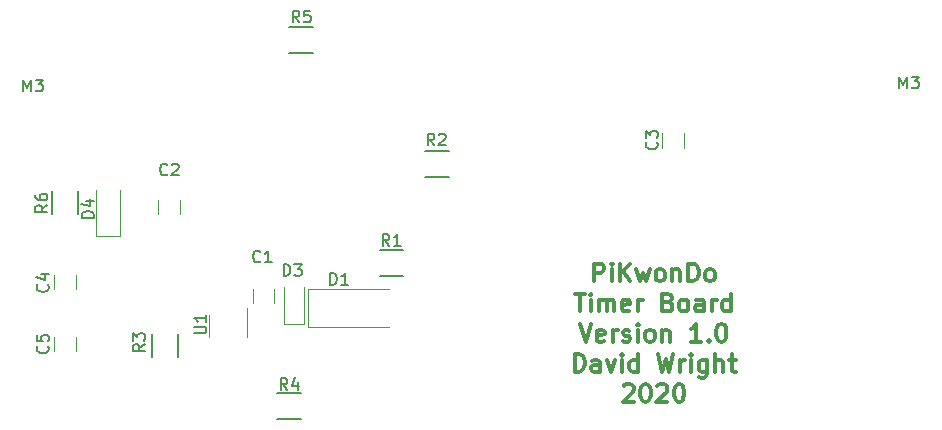
<source format=gbr>
G04 #@! TF.GenerationSoftware,KiCad,Pcbnew,5.1.5-52549c5~84~ubuntu19.10.1*
G04 #@! TF.CreationDate,2020-01-22T18:49:14-06:00*
G04 #@! TF.ProjectId,Timer,54696d65-722e-46b6-9963-61645f706362,rev?*
G04 #@! TF.SameCoordinates,PX93be440PYaa38e78*
G04 #@! TF.FileFunction,Legend,Top*
G04 #@! TF.FilePolarity,Positive*
%FSLAX46Y46*%
G04 Gerber Fmt 4.6, Leading zero omitted, Abs format (unit mm)*
G04 Created by KiCad (PCBNEW 5.1.5-52549c5~84~ubuntu19.10.1) date 2020-01-22 18:49:14*
%MOMM*%
%LPD*%
G04 APERTURE LIST*
%ADD10C,0.300000*%
%ADD11C,0.120000*%
%ADD12C,0.150000*%
G04 APERTURE END LIST*
D10*
X-44695429Y14073429D02*
X-44695429Y15573429D01*
X-44124000Y15573429D01*
X-43981143Y15502000D01*
X-43909715Y15430572D01*
X-43838286Y15287715D01*
X-43838286Y15073429D01*
X-43909715Y14930572D01*
X-43981143Y14859143D01*
X-44124000Y14787715D01*
X-44695429Y14787715D01*
X-43195429Y14073429D02*
X-43195429Y15073429D01*
X-43195429Y15573429D02*
X-43266858Y15502000D01*
X-43195429Y15430572D01*
X-43124000Y15502000D01*
X-43195429Y15573429D01*
X-43195429Y15430572D01*
X-42481143Y14073429D02*
X-42481143Y15573429D01*
X-41624000Y14073429D02*
X-42266858Y14930572D01*
X-41624000Y15573429D02*
X-42481143Y14716286D01*
X-41124000Y15073429D02*
X-40838286Y14073429D01*
X-40552572Y14787715D01*
X-40266858Y14073429D01*
X-39981143Y15073429D01*
X-39195429Y14073429D02*
X-39338286Y14144858D01*
X-39409715Y14216286D01*
X-39481143Y14359143D01*
X-39481143Y14787715D01*
X-39409715Y14930572D01*
X-39338286Y15002000D01*
X-39195429Y15073429D01*
X-38981143Y15073429D01*
X-38838286Y15002000D01*
X-38766858Y14930572D01*
X-38695429Y14787715D01*
X-38695429Y14359143D01*
X-38766858Y14216286D01*
X-38838286Y14144858D01*
X-38981143Y14073429D01*
X-39195429Y14073429D01*
X-38052572Y15073429D02*
X-38052572Y14073429D01*
X-38052572Y14930572D02*
X-37981143Y15002000D01*
X-37838286Y15073429D01*
X-37624000Y15073429D01*
X-37481143Y15002000D01*
X-37409715Y14859143D01*
X-37409715Y14073429D01*
X-36695429Y14073429D02*
X-36695429Y15573429D01*
X-36338286Y15573429D01*
X-36124000Y15502000D01*
X-35981143Y15359143D01*
X-35909715Y15216286D01*
X-35838286Y14930572D01*
X-35838286Y14716286D01*
X-35909715Y14430572D01*
X-35981143Y14287715D01*
X-36124000Y14144858D01*
X-36338286Y14073429D01*
X-36695429Y14073429D01*
X-34981143Y14073429D02*
X-35124000Y14144858D01*
X-35195429Y14216286D01*
X-35266858Y14359143D01*
X-35266858Y14787715D01*
X-35195429Y14930572D01*
X-35124000Y15002000D01*
X-34981143Y15073429D01*
X-34766858Y15073429D01*
X-34624000Y15002000D01*
X-34552572Y14930572D01*
X-34481143Y14787715D01*
X-34481143Y14359143D01*
X-34552572Y14216286D01*
X-34624000Y14144858D01*
X-34766858Y14073429D01*
X-34981143Y14073429D01*
X-46338286Y13023429D02*
X-45481143Y13023429D01*
X-45909715Y11523429D02*
X-45909715Y13023429D01*
X-44981143Y11523429D02*
X-44981143Y12523429D01*
X-44981143Y13023429D02*
X-45052572Y12952000D01*
X-44981143Y12880572D01*
X-44909715Y12952000D01*
X-44981143Y13023429D01*
X-44981143Y12880572D01*
X-44266858Y11523429D02*
X-44266858Y12523429D01*
X-44266858Y12380572D02*
X-44195429Y12452000D01*
X-44052572Y12523429D01*
X-43838286Y12523429D01*
X-43695429Y12452000D01*
X-43624000Y12309143D01*
X-43624000Y11523429D01*
X-43624000Y12309143D02*
X-43552572Y12452000D01*
X-43409715Y12523429D01*
X-43195429Y12523429D01*
X-43052572Y12452000D01*
X-42981143Y12309143D01*
X-42981143Y11523429D01*
X-41695429Y11594858D02*
X-41838286Y11523429D01*
X-42124000Y11523429D01*
X-42266858Y11594858D01*
X-42338286Y11737715D01*
X-42338286Y12309143D01*
X-42266858Y12452000D01*
X-42124000Y12523429D01*
X-41838286Y12523429D01*
X-41695429Y12452000D01*
X-41624000Y12309143D01*
X-41624000Y12166286D01*
X-42338286Y12023429D01*
X-40981143Y11523429D02*
X-40981143Y12523429D01*
X-40981143Y12237715D02*
X-40909715Y12380572D01*
X-40838286Y12452000D01*
X-40695429Y12523429D01*
X-40552572Y12523429D01*
X-38409715Y12309143D02*
X-38195429Y12237715D01*
X-38124000Y12166286D01*
X-38052572Y12023429D01*
X-38052572Y11809143D01*
X-38124000Y11666286D01*
X-38195429Y11594858D01*
X-38338286Y11523429D01*
X-38909715Y11523429D01*
X-38909715Y13023429D01*
X-38409715Y13023429D01*
X-38266858Y12952000D01*
X-38195429Y12880572D01*
X-38124000Y12737715D01*
X-38124000Y12594858D01*
X-38195429Y12452000D01*
X-38266858Y12380572D01*
X-38409715Y12309143D01*
X-38909715Y12309143D01*
X-37195429Y11523429D02*
X-37338286Y11594858D01*
X-37409715Y11666286D01*
X-37481143Y11809143D01*
X-37481143Y12237715D01*
X-37409715Y12380572D01*
X-37338286Y12452000D01*
X-37195429Y12523429D01*
X-36981143Y12523429D01*
X-36838286Y12452000D01*
X-36766858Y12380572D01*
X-36695429Y12237715D01*
X-36695429Y11809143D01*
X-36766858Y11666286D01*
X-36838286Y11594858D01*
X-36981143Y11523429D01*
X-37195429Y11523429D01*
X-35409715Y11523429D02*
X-35409715Y12309143D01*
X-35481143Y12452000D01*
X-35624000Y12523429D01*
X-35909715Y12523429D01*
X-36052572Y12452000D01*
X-35409715Y11594858D02*
X-35552572Y11523429D01*
X-35909715Y11523429D01*
X-36052572Y11594858D01*
X-36124000Y11737715D01*
X-36124000Y11880572D01*
X-36052572Y12023429D01*
X-35909715Y12094858D01*
X-35552572Y12094858D01*
X-35409715Y12166286D01*
X-34695429Y11523429D02*
X-34695429Y12523429D01*
X-34695429Y12237715D02*
X-34624000Y12380572D01*
X-34552572Y12452000D01*
X-34409715Y12523429D01*
X-34266858Y12523429D01*
X-33124000Y11523429D02*
X-33124000Y13023429D01*
X-33124000Y11594858D02*
X-33266858Y11523429D01*
X-33552572Y11523429D01*
X-33695429Y11594858D01*
X-33766858Y11666286D01*
X-33838286Y11809143D01*
X-33838286Y12237715D01*
X-33766858Y12380572D01*
X-33695429Y12452000D01*
X-33552572Y12523429D01*
X-33266858Y12523429D01*
X-33124000Y12452000D01*
X-45909715Y10473429D02*
X-45409715Y8973429D01*
X-44909715Y10473429D01*
X-43838286Y9044858D02*
X-43981143Y8973429D01*
X-44266858Y8973429D01*
X-44409715Y9044858D01*
X-44481143Y9187715D01*
X-44481143Y9759143D01*
X-44409715Y9902000D01*
X-44266858Y9973429D01*
X-43981143Y9973429D01*
X-43838286Y9902000D01*
X-43766858Y9759143D01*
X-43766858Y9616286D01*
X-44481143Y9473429D01*
X-43124000Y8973429D02*
X-43124000Y9973429D01*
X-43124000Y9687715D02*
X-43052572Y9830572D01*
X-42981143Y9902000D01*
X-42838286Y9973429D01*
X-42695429Y9973429D01*
X-42266858Y9044858D02*
X-42124000Y8973429D01*
X-41838286Y8973429D01*
X-41695429Y9044858D01*
X-41624000Y9187715D01*
X-41624000Y9259143D01*
X-41695429Y9402000D01*
X-41838286Y9473429D01*
X-42052572Y9473429D01*
X-42195429Y9544858D01*
X-42266858Y9687715D01*
X-42266858Y9759143D01*
X-42195429Y9902000D01*
X-42052572Y9973429D01*
X-41838286Y9973429D01*
X-41695429Y9902000D01*
X-40981143Y8973429D02*
X-40981143Y9973429D01*
X-40981143Y10473429D02*
X-41052572Y10402000D01*
X-40981143Y10330572D01*
X-40909715Y10402000D01*
X-40981143Y10473429D01*
X-40981143Y10330572D01*
X-40052572Y8973429D02*
X-40195429Y9044858D01*
X-40266858Y9116286D01*
X-40338286Y9259143D01*
X-40338286Y9687715D01*
X-40266858Y9830572D01*
X-40195429Y9902000D01*
X-40052572Y9973429D01*
X-39838286Y9973429D01*
X-39695429Y9902000D01*
X-39624000Y9830572D01*
X-39552572Y9687715D01*
X-39552572Y9259143D01*
X-39624000Y9116286D01*
X-39695429Y9044858D01*
X-39838286Y8973429D01*
X-40052572Y8973429D01*
X-38909715Y9973429D02*
X-38909715Y8973429D01*
X-38909715Y9830572D02*
X-38838286Y9902000D01*
X-38695429Y9973429D01*
X-38481143Y9973429D01*
X-38338286Y9902000D01*
X-38266858Y9759143D01*
X-38266858Y8973429D01*
X-35624000Y8973429D02*
X-36481143Y8973429D01*
X-36052572Y8973429D02*
X-36052572Y10473429D01*
X-36195429Y10259143D01*
X-36338286Y10116286D01*
X-36481143Y10044858D01*
X-34981143Y9116286D02*
X-34909715Y9044858D01*
X-34981143Y8973429D01*
X-35052572Y9044858D01*
X-34981143Y9116286D01*
X-34981143Y8973429D01*
X-33981143Y10473429D02*
X-33838286Y10473429D01*
X-33695429Y10402000D01*
X-33624000Y10330572D01*
X-33552572Y10187715D01*
X-33481143Y9902000D01*
X-33481143Y9544858D01*
X-33552572Y9259143D01*
X-33624000Y9116286D01*
X-33695429Y9044858D01*
X-33838286Y8973429D01*
X-33981143Y8973429D01*
X-34124000Y9044858D01*
X-34195429Y9116286D01*
X-34266858Y9259143D01*
X-34338286Y9544858D01*
X-34338286Y9902000D01*
X-34266858Y10187715D01*
X-34195429Y10330572D01*
X-34124000Y10402000D01*
X-33981143Y10473429D01*
X-46338286Y6423429D02*
X-46338286Y7923429D01*
X-45981143Y7923429D01*
X-45766858Y7852000D01*
X-45624000Y7709143D01*
X-45552572Y7566286D01*
X-45481143Y7280572D01*
X-45481143Y7066286D01*
X-45552572Y6780572D01*
X-45624000Y6637715D01*
X-45766858Y6494858D01*
X-45981143Y6423429D01*
X-46338286Y6423429D01*
X-44195429Y6423429D02*
X-44195429Y7209143D01*
X-44266858Y7352000D01*
X-44409715Y7423429D01*
X-44695429Y7423429D01*
X-44838286Y7352000D01*
X-44195429Y6494858D02*
X-44338286Y6423429D01*
X-44695429Y6423429D01*
X-44838286Y6494858D01*
X-44909715Y6637715D01*
X-44909715Y6780572D01*
X-44838286Y6923429D01*
X-44695429Y6994858D01*
X-44338286Y6994858D01*
X-44195429Y7066286D01*
X-43624000Y7423429D02*
X-43266858Y6423429D01*
X-42909715Y7423429D01*
X-42338286Y6423429D02*
X-42338286Y7423429D01*
X-42338286Y7923429D02*
X-42409715Y7852000D01*
X-42338286Y7780572D01*
X-42266858Y7852000D01*
X-42338286Y7923429D01*
X-42338286Y7780572D01*
X-40981143Y6423429D02*
X-40981143Y7923429D01*
X-40981143Y6494858D02*
X-41124000Y6423429D01*
X-41409715Y6423429D01*
X-41552572Y6494858D01*
X-41624000Y6566286D01*
X-41695429Y6709143D01*
X-41695429Y7137715D01*
X-41624000Y7280572D01*
X-41552572Y7352000D01*
X-41409715Y7423429D01*
X-41124000Y7423429D01*
X-40981143Y7352000D01*
X-39266858Y7923429D02*
X-38909715Y6423429D01*
X-38624000Y7494858D01*
X-38338286Y6423429D01*
X-37981143Y7923429D01*
X-37409715Y6423429D02*
X-37409715Y7423429D01*
X-37409715Y7137715D02*
X-37338286Y7280572D01*
X-37266858Y7352000D01*
X-37124000Y7423429D01*
X-36981143Y7423429D01*
X-36481143Y6423429D02*
X-36481143Y7423429D01*
X-36481143Y7923429D02*
X-36552572Y7852000D01*
X-36481143Y7780572D01*
X-36409715Y7852000D01*
X-36481143Y7923429D01*
X-36481143Y7780572D01*
X-35124000Y7423429D02*
X-35124000Y6209143D01*
X-35195429Y6066286D01*
X-35266858Y5994858D01*
X-35409715Y5923429D01*
X-35624000Y5923429D01*
X-35766858Y5994858D01*
X-35124000Y6494858D02*
X-35266858Y6423429D01*
X-35552572Y6423429D01*
X-35695429Y6494858D01*
X-35766858Y6566286D01*
X-35838286Y6709143D01*
X-35838286Y7137715D01*
X-35766858Y7280572D01*
X-35695429Y7352000D01*
X-35552572Y7423429D01*
X-35266858Y7423429D01*
X-35124000Y7352000D01*
X-34409715Y6423429D02*
X-34409715Y7923429D01*
X-33766858Y6423429D02*
X-33766858Y7209143D01*
X-33838286Y7352000D01*
X-33981143Y7423429D01*
X-34195429Y7423429D01*
X-34338286Y7352000D01*
X-34409715Y7280572D01*
X-33266858Y7423429D02*
X-32695429Y7423429D01*
X-33052572Y7923429D02*
X-33052572Y6637715D01*
X-32981143Y6494858D01*
X-32838286Y6423429D01*
X-32695429Y6423429D01*
X-42195429Y5230572D02*
X-42124000Y5302000D01*
X-41981143Y5373429D01*
X-41624000Y5373429D01*
X-41481143Y5302000D01*
X-41409715Y5230572D01*
X-41338286Y5087715D01*
X-41338286Y4944858D01*
X-41409715Y4730572D01*
X-42266858Y3873429D01*
X-41338286Y3873429D01*
X-40409715Y5373429D02*
X-40266858Y5373429D01*
X-40124000Y5302000D01*
X-40052572Y5230572D01*
X-39981143Y5087715D01*
X-39909715Y4802000D01*
X-39909715Y4444858D01*
X-39981143Y4159143D01*
X-40052572Y4016286D01*
X-40124000Y3944858D01*
X-40266858Y3873429D01*
X-40409715Y3873429D01*
X-40552572Y3944858D01*
X-40624000Y4016286D01*
X-40695429Y4159143D01*
X-40766858Y4444858D01*
X-40766858Y4802000D01*
X-40695429Y5087715D01*
X-40624000Y5230572D01*
X-40552572Y5302000D01*
X-40409715Y5373429D01*
X-39338286Y5230572D02*
X-39266858Y5302000D01*
X-39124000Y5373429D01*
X-38766858Y5373429D01*
X-38624000Y5302000D01*
X-38552572Y5230572D01*
X-38481143Y5087715D01*
X-38481143Y4944858D01*
X-38552572Y4730572D01*
X-39409715Y3873429D01*
X-38481143Y3873429D01*
X-37552572Y5373429D02*
X-37409715Y5373429D01*
X-37266858Y5302000D01*
X-37195429Y5230572D01*
X-37124000Y5087715D01*
X-37052572Y4802000D01*
X-37052572Y4444858D01*
X-37124000Y4159143D01*
X-37195429Y4016286D01*
X-37266858Y3944858D01*
X-37409715Y3873429D01*
X-37552572Y3873429D01*
X-37695429Y3944858D01*
X-37766858Y4016286D01*
X-37838286Y4159143D01*
X-37909715Y4444858D01*
X-37909715Y4802000D01*
X-37838286Y5087715D01*
X-37766858Y5230572D01*
X-37695429Y5302000D01*
X-37552572Y5373429D01*
D11*
X-68916000Y13461000D02*
X-62016000Y13461000D01*
X-68916000Y10161000D02*
X-62016000Y10161000D01*
X-68916000Y13461000D02*
X-68916000Y10161000D01*
X-90410000Y8147936D02*
X-90410000Y9352064D01*
X-88590000Y8147936D02*
X-88590000Y9352064D01*
X-90410000Y14602064D02*
X-90410000Y13397936D01*
X-88590000Y14602064D02*
X-88590000Y13397936D01*
X-37090000Y26602064D02*
X-37090000Y25397936D01*
X-38910000Y26602064D02*
X-38910000Y25397936D01*
X-81580000Y20955064D02*
X-81580000Y19750936D01*
X-79760000Y20955064D02*
X-79760000Y19750936D01*
X-73580000Y12250936D02*
X-73580000Y13455064D01*
X-71760000Y12250936D02*
X-71760000Y13455064D01*
X-86852000Y17943000D02*
X-84852000Y17943000D01*
X-84852000Y17943000D02*
X-84852000Y21843000D01*
X-86852000Y17943000D02*
X-86852000Y21843000D01*
D12*
X-60849000Y14546000D02*
X-62849000Y14546000D01*
X-62849000Y16696000D02*
X-60849000Y16696000D01*
X-57000000Y22925000D02*
X-59000000Y22925000D01*
X-59000000Y25075000D02*
X-57000000Y25075000D01*
X-68500000Y33425000D02*
X-70500000Y33425000D01*
X-70500000Y35575000D02*
X-68500000Y35575000D01*
X-71500000Y4575000D02*
X-69500000Y4575000D01*
X-69500000Y2425000D02*
X-71500000Y2425000D01*
D11*
X-70954000Y10419000D02*
X-70954000Y13569000D01*
X-69254000Y10419000D02*
X-69254000Y13569000D01*
X-70954000Y10419000D02*
X-69254000Y10419000D01*
D12*
X-79951000Y9636000D02*
X-79951000Y7636000D01*
X-82101000Y7636000D02*
X-82101000Y9636000D01*
D11*
X-74082000Y9387000D02*
X-74082000Y11837000D01*
X-77302000Y11187000D02*
X-77302000Y9387000D01*
D12*
X-90575000Y19750000D02*
X-90575000Y21750000D01*
X-88425000Y21750000D02*
X-88425000Y19750000D01*
X-93011524Y30154620D02*
X-93011524Y31154620D01*
X-92678191Y30440334D01*
X-92344858Y31154620D01*
X-92344858Y30154620D01*
X-91963905Y31154620D02*
X-91344858Y31154620D01*
X-91678191Y30773667D01*
X-91535334Y30773667D01*
X-91440096Y30726048D01*
X-91392477Y30678429D01*
X-91344858Y30583191D01*
X-91344858Y30345096D01*
X-91392477Y30249858D01*
X-91440096Y30202239D01*
X-91535334Y30154620D01*
X-91821048Y30154620D01*
X-91916286Y30202239D01*
X-91963905Y30249858D01*
X-18843524Y30408620D02*
X-18843524Y31408620D01*
X-18510191Y30694334D01*
X-18176858Y31408620D01*
X-18176858Y30408620D01*
X-17795905Y31408620D02*
X-17176858Y31408620D01*
X-17510191Y31027667D01*
X-17367334Y31027667D01*
X-17272096Y30980048D01*
X-17224477Y30932429D01*
X-17176858Y30837191D01*
X-17176858Y30599096D01*
X-17224477Y30503858D01*
X-17272096Y30456239D01*
X-17367334Y30408620D01*
X-17653048Y30408620D01*
X-17748286Y30456239D01*
X-17795905Y30503858D01*
X-67032096Y13771620D02*
X-67032096Y14771620D01*
X-66794000Y14771620D01*
X-66651143Y14724000D01*
X-66555905Y14628762D01*
X-66508286Y14533524D01*
X-66460667Y14343048D01*
X-66460667Y14200191D01*
X-66508286Y14009715D01*
X-66555905Y13914477D01*
X-66651143Y13819239D01*
X-66794000Y13771620D01*
X-67032096Y13771620D01*
X-65508286Y13771620D02*
X-66079715Y13771620D01*
X-65794000Y13771620D02*
X-65794000Y14771620D01*
X-65889239Y14628762D01*
X-65984477Y14533524D01*
X-66079715Y14485905D01*
X-90955858Y8596334D02*
X-90908239Y8548715D01*
X-90860620Y8405858D01*
X-90860620Y8310620D01*
X-90908239Y8167762D01*
X-91003477Y8072524D01*
X-91098715Y8024905D01*
X-91289191Y7977286D01*
X-91432048Y7977286D01*
X-91622524Y8024905D01*
X-91717762Y8072524D01*
X-91813000Y8167762D01*
X-91860620Y8310620D01*
X-91860620Y8405858D01*
X-91813000Y8548715D01*
X-91765381Y8596334D01*
X-91860620Y9501096D02*
X-91860620Y9024905D01*
X-91384429Y8977286D01*
X-91432048Y9024905D01*
X-91479667Y9120143D01*
X-91479667Y9358239D01*
X-91432048Y9453477D01*
X-91384429Y9501096D01*
X-91289191Y9548715D01*
X-91051096Y9548715D01*
X-90955858Y9501096D01*
X-90908239Y9453477D01*
X-90860620Y9358239D01*
X-90860620Y9120143D01*
X-90908239Y9024905D01*
X-90955858Y8977286D01*
X-90955858Y13803334D02*
X-90908239Y13755715D01*
X-90860620Y13612858D01*
X-90860620Y13517620D01*
X-90908239Y13374762D01*
X-91003477Y13279524D01*
X-91098715Y13231905D01*
X-91289191Y13184286D01*
X-91432048Y13184286D01*
X-91622524Y13231905D01*
X-91717762Y13279524D01*
X-91813000Y13374762D01*
X-91860620Y13517620D01*
X-91860620Y13612858D01*
X-91813000Y13755715D01*
X-91765381Y13803334D01*
X-91527286Y14660477D02*
X-90860620Y14660477D01*
X-91908239Y14422381D02*
X-91193953Y14184286D01*
X-91193953Y14803334D01*
X-39393858Y25868334D02*
X-39346239Y25820715D01*
X-39298620Y25677858D01*
X-39298620Y25582620D01*
X-39346239Y25439762D01*
X-39441477Y25344524D01*
X-39536715Y25296905D01*
X-39727191Y25249286D01*
X-39870048Y25249286D01*
X-40060524Y25296905D01*
X-40155762Y25344524D01*
X-40251000Y25439762D01*
X-40298620Y25582620D01*
X-40298620Y25677858D01*
X-40251000Y25820715D01*
X-40203381Y25868334D01*
X-40298620Y26201667D02*
X-40298620Y26820715D01*
X-39917667Y26487381D01*
X-39917667Y26630239D01*
X-39870048Y26725477D01*
X-39822429Y26773096D01*
X-39727191Y26820715D01*
X-39489096Y26820715D01*
X-39393858Y26773096D01*
X-39346239Y26725477D01*
X-39298620Y26630239D01*
X-39298620Y26344524D01*
X-39346239Y26249286D01*
X-39393858Y26201667D01*
X-80811667Y23137858D02*
X-80859286Y23090239D01*
X-81002143Y23042620D01*
X-81097381Y23042620D01*
X-81240239Y23090239D01*
X-81335477Y23185477D01*
X-81383096Y23280715D01*
X-81430715Y23471191D01*
X-81430715Y23614048D01*
X-81383096Y23804524D01*
X-81335477Y23899762D01*
X-81240239Y23995000D01*
X-81097381Y24042620D01*
X-81002143Y24042620D01*
X-80859286Y23995000D01*
X-80811667Y23947381D01*
X-80430715Y23947381D02*
X-80383096Y23995000D01*
X-80287858Y24042620D01*
X-80049762Y24042620D01*
X-79954524Y23995000D01*
X-79906905Y23947381D01*
X-79859286Y23852143D01*
X-79859286Y23756905D01*
X-79906905Y23614048D01*
X-80478334Y23042620D01*
X-79859286Y23042620D01*
X-72937667Y15771858D02*
X-72985286Y15724239D01*
X-73128143Y15676620D01*
X-73223381Y15676620D01*
X-73366239Y15724239D01*
X-73461477Y15819477D01*
X-73509096Y15914715D01*
X-73556715Y16105191D01*
X-73556715Y16248048D01*
X-73509096Y16438524D01*
X-73461477Y16533762D01*
X-73366239Y16629000D01*
X-73223381Y16676620D01*
X-73128143Y16676620D01*
X-72985286Y16629000D01*
X-72937667Y16581381D01*
X-71985286Y15676620D02*
X-72556715Y15676620D01*
X-72271000Y15676620D02*
X-72271000Y16676620D01*
X-72366239Y16533762D01*
X-72461477Y16438524D01*
X-72556715Y16390905D01*
X-87050620Y19454905D02*
X-88050620Y19454905D01*
X-88050620Y19693000D01*
X-88003000Y19835858D01*
X-87907762Y19931096D01*
X-87812524Y19978715D01*
X-87622048Y20026334D01*
X-87479191Y20026334D01*
X-87288715Y19978715D01*
X-87193477Y19931096D01*
X-87098239Y19835858D01*
X-87050620Y19693000D01*
X-87050620Y19454905D01*
X-87717286Y20883477D02*
X-87050620Y20883477D01*
X-88098239Y20645381D02*
X-87383953Y20407286D01*
X-87383953Y21026334D01*
X-62015667Y17073620D02*
X-62349000Y17549810D01*
X-62587096Y17073620D02*
X-62587096Y18073620D01*
X-62206143Y18073620D01*
X-62110905Y18026000D01*
X-62063286Y17978381D01*
X-62015667Y17883143D01*
X-62015667Y17740286D01*
X-62063286Y17645048D01*
X-62110905Y17597429D01*
X-62206143Y17549810D01*
X-62587096Y17549810D01*
X-61063286Y17073620D02*
X-61634715Y17073620D01*
X-61349000Y17073620D02*
X-61349000Y18073620D01*
X-61444239Y17930762D01*
X-61539477Y17835524D01*
X-61634715Y17787905D01*
X-58205667Y25582620D02*
X-58539000Y26058810D01*
X-58777096Y25582620D02*
X-58777096Y26582620D01*
X-58396143Y26582620D01*
X-58300905Y26535000D01*
X-58253286Y26487381D01*
X-58205667Y26392143D01*
X-58205667Y26249286D01*
X-58253286Y26154048D01*
X-58300905Y26106429D01*
X-58396143Y26058810D01*
X-58777096Y26058810D01*
X-57824715Y26487381D02*
X-57777096Y26535000D01*
X-57681858Y26582620D01*
X-57443762Y26582620D01*
X-57348524Y26535000D01*
X-57300905Y26487381D01*
X-57253286Y26392143D01*
X-57253286Y26296905D01*
X-57300905Y26154048D01*
X-57872334Y25582620D01*
X-57253286Y25582620D01*
X-69635667Y35996620D02*
X-69969000Y36472810D01*
X-70207096Y35996620D02*
X-70207096Y36996620D01*
X-69826143Y36996620D01*
X-69730905Y36949000D01*
X-69683286Y36901381D01*
X-69635667Y36806143D01*
X-69635667Y36663286D01*
X-69683286Y36568048D01*
X-69730905Y36520429D01*
X-69826143Y36472810D01*
X-70207096Y36472810D01*
X-68730905Y36996620D02*
X-69207096Y36996620D01*
X-69254715Y36520429D01*
X-69207096Y36568048D01*
X-69111858Y36615667D01*
X-68873762Y36615667D01*
X-68778524Y36568048D01*
X-68730905Y36520429D01*
X-68683286Y36425191D01*
X-68683286Y36187096D01*
X-68730905Y36091858D01*
X-68778524Y36044239D01*
X-68873762Y35996620D01*
X-69111858Y35996620D01*
X-69207096Y36044239D01*
X-69254715Y36091858D01*
X-70651667Y4881620D02*
X-70985000Y5357810D01*
X-71223096Y4881620D02*
X-71223096Y5881620D01*
X-70842143Y5881620D01*
X-70746905Y5834000D01*
X-70699286Y5786381D01*
X-70651667Y5691143D01*
X-70651667Y5548286D01*
X-70699286Y5453048D01*
X-70746905Y5405429D01*
X-70842143Y5357810D01*
X-71223096Y5357810D01*
X-69794524Y5548286D02*
X-69794524Y4881620D01*
X-70032620Y5929239D02*
X-70270715Y5214953D01*
X-69651667Y5214953D01*
X-70969096Y14533620D02*
X-70969096Y15533620D01*
X-70731000Y15533620D01*
X-70588143Y15486000D01*
X-70492905Y15390762D01*
X-70445286Y15295524D01*
X-70397667Y15105048D01*
X-70397667Y14962191D01*
X-70445286Y14771715D01*
X-70492905Y14676477D01*
X-70588143Y14581239D01*
X-70731000Y14533620D01*
X-70969096Y14533620D01*
X-70064334Y15533620D02*
X-69445286Y15533620D01*
X-69778620Y15152667D01*
X-69635762Y15152667D01*
X-69540524Y15105048D01*
X-69492905Y15057429D01*
X-69445286Y14962191D01*
X-69445286Y14724096D01*
X-69492905Y14628858D01*
X-69540524Y14581239D01*
X-69635762Y14533620D01*
X-69921477Y14533620D01*
X-70016715Y14581239D01*
X-70064334Y14628858D01*
X-82732620Y8723334D02*
X-83208810Y8390000D01*
X-82732620Y8151905D02*
X-83732620Y8151905D01*
X-83732620Y8532858D01*
X-83685000Y8628096D01*
X-83637381Y8675715D01*
X-83542143Y8723334D01*
X-83399286Y8723334D01*
X-83304048Y8675715D01*
X-83256429Y8628096D01*
X-83208810Y8532858D01*
X-83208810Y8151905D01*
X-83732620Y9056667D02*
X-83732620Y9675715D01*
X-83351667Y9342381D01*
X-83351667Y9485239D01*
X-83304048Y9580477D01*
X-83256429Y9628096D01*
X-83161191Y9675715D01*
X-82923096Y9675715D01*
X-82827858Y9628096D01*
X-82780239Y9580477D01*
X-82732620Y9485239D01*
X-82732620Y9199524D01*
X-82780239Y9104286D01*
X-82827858Y9056667D01*
X-78525620Y9652096D02*
X-77716096Y9652096D01*
X-77620858Y9699715D01*
X-77573239Y9747334D01*
X-77525620Y9842572D01*
X-77525620Y10033048D01*
X-77573239Y10128286D01*
X-77620858Y10175905D01*
X-77716096Y10223524D01*
X-78525620Y10223524D01*
X-77525620Y11223524D02*
X-77525620Y10652096D01*
X-77525620Y10937810D02*
X-78525620Y10937810D01*
X-78382762Y10842572D01*
X-78287524Y10747334D01*
X-78239905Y10652096D01*
X-90987620Y20534334D02*
X-91463810Y20201000D01*
X-90987620Y19962905D02*
X-91987620Y19962905D01*
X-91987620Y20343858D01*
X-91940000Y20439096D01*
X-91892381Y20486715D01*
X-91797143Y20534334D01*
X-91654286Y20534334D01*
X-91559048Y20486715D01*
X-91511429Y20439096D01*
X-91463810Y20343858D01*
X-91463810Y19962905D01*
X-91987620Y21391477D02*
X-91987620Y21201000D01*
X-91940000Y21105762D01*
X-91892381Y21058143D01*
X-91749524Y20962905D01*
X-91559048Y20915286D01*
X-91178096Y20915286D01*
X-91082858Y20962905D01*
X-91035239Y21010524D01*
X-90987620Y21105762D01*
X-90987620Y21296239D01*
X-91035239Y21391477D01*
X-91082858Y21439096D01*
X-91178096Y21486715D01*
X-91416191Y21486715D01*
X-91511429Y21439096D01*
X-91559048Y21391477D01*
X-91606667Y21296239D01*
X-91606667Y21105762D01*
X-91559048Y21010524D01*
X-91511429Y20962905D01*
X-91416191Y20915286D01*
M02*

</source>
